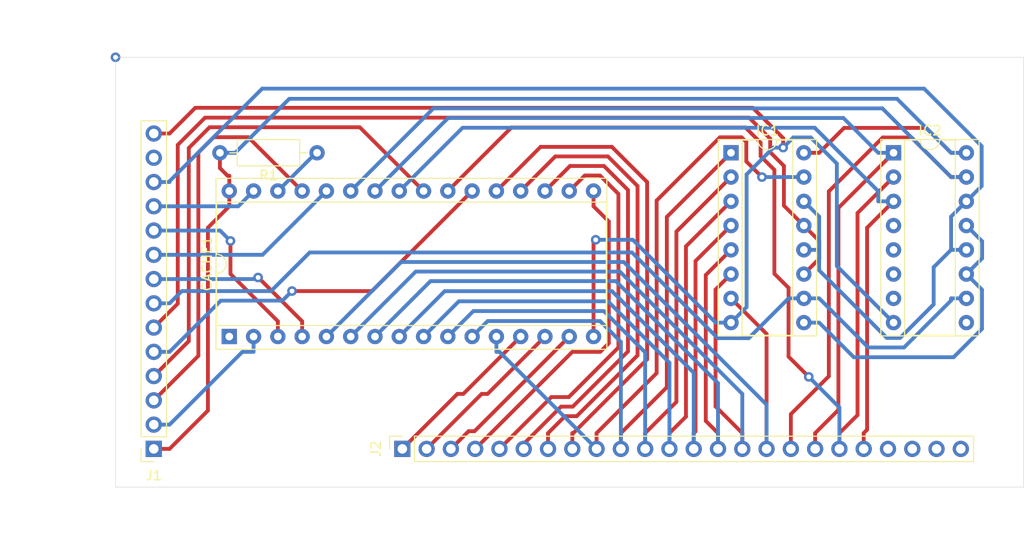
<source format=kicad_pcb>
(kicad_pcb (version 20221018) (generator pcbnew)
  (layers (0 "F.Cu" signal) (31 "B.Cu" signal) (34 "B.Paste" user) (35 "F.Paste" user) (36 "B.SilkS" user "B.Silkscreen") (37 "F.SilkS" user "F.Silkscreen") (38 "B.Mask" user) (39 "F.Mask" user) (44 "Edge.Cuts" user))
  (net 0 "")
  (net 2 "/IOCACHE-128K_ZXspectrum/CACHE_CONTROL.A16")
  (net 3 "/IOCACHE-128K_ZXspectrum/CACHE_SEL_2")
  (net 4 "/IOCACHE-128K_ZXspectrum/CACHE_SEL_0")
  (net 5 "/IOCACHE-128K_ZXspectrum/LOCAL_A7")
  (net 6 "/IOCACHE-128K_ZXspectrum/LOCAL_A6")
  (net 7 "/IOCACHE-128K_ZXspectrum/LOCAL_A5")
  (net 8 "/IOCACHE-128K_ZXspectrum/LOCAL_A4")
  (net 9 "/IOCACHE-128K_ZXspectrum/LOCAL_A3")
  (net 10 "/IOCACHE-128K_ZXspectrum/LOCAL_A2")
  (net 11 "/IOCACHE-128K_ZXspectrum/LOCAL_A1")
  (net 12 "/IOCACHE-128K_ZXspectrum/LOCAL_A0")
  (net 13 "/IOCACHE-128K_ZXspectrum/LOCAL_D0")
  (net 14 "/IOCACHE-128K_ZXspectrum/LOCAL_D1")
  (net 15 "/IOCACHE-128K_ZXspectrum/LOCAL_D2")
  (net 16 "GND")
  (net 17 "/IOCACHE-128K_ZXspectrum/LOCAL_D3")
  (net 18 "/IOCACHE-128K_ZXspectrum/LOCAL_D4")
  (net 19 "/IOCACHE-128K_ZXspectrum/LOCAL_D5")
  (net 20 "/IOCACHE-128K_ZXspectrum/LOCAL_D6")
  (net 21 "/IOCACHE-128K_ZXspectrum/LOCAL_D7")
  (net 22 "/IOCACHE-128K_ZXspectrum/CACHE_CONTROL.CS")
  (net 23 "/IOCACHE-128K_ZXspectrum/LOCAL_A10")
  (net 24 "/IOCACHE-128K_ZXspectrum/CACHE_CONTROL.OE")
  (net 25 "/IOCACHE-128K_ZXspectrum/LOCAL_A11")
  (net 26 "/IOCACHE-128K_ZXspectrum/LOCAL_A9")
  (net 27 "/IOCACHE-128K_ZXspectrum/LOCAL_A8")
  (net 28 "/IOCACHE-128K_ZXspectrum/CACHE_SEL_1")
  (net 29 "/IOCACHE-128K_ZXspectrum/CACHE_CONTROL.WE")
  (net 30 "/IOCACHE-128K_ZXspectrum/CACHE_CE2")
  (net 31 "/IOCACHE-128K_ZXspectrum/CACHE_SEL_3")
  (net 32 "+5V")
  (net 33 "Net-(IC1-~{RCO})")
  (net 34 "/IOCACHE-128K_ZXspectrum/Z80_HARDLOCK")
  (net 35 "/IOCACHE-128K_ZXspectrum/CACHE_CONTROL.DATASTATUS+PERM_Z80_IORQ")
  (net 36 "/IOCACHE-128K_ZXspectrum/CACHE_DATASTATUS")
  (net 43 "/IOCACHE-128K_ZXspectrum/LOCAL_A12")
  (net 44 "/IOCACHE-128K_ZXspectrum/LOCAL_A13")
  (net 45 "/IOCACHE-128K_ZXspectrum/LOCAL_A14")
  (net 46 "/IOCACHE-128K_ZXspectrum/LOCAL_A15")
  (footprint "Connector_PinSocket_2.54mm:PinSocket_1x14_P2.54mm_Vertical" (layer "F.Cu") (at 95 126 180)
    (fp_text reference "J1" (at 0 -2.77) (layer "F.SilkS"))
    (fp_text value "Conn_01x14_Socket")
    (fp_line (start -1.33 1.27) (end -1.33 34.35) (stroke (width 0.12)) (layer "F.SilkS"))
    (fp_line (start -1.33 1.27) (end 1.33 1.27) (stroke (width 0.12)) (layer "F.SilkS"))
    (fp_line (start -1.33 34.35) (end 1.33 34.35) (stroke (width 0.12)) (layer "F.SilkS"))
    (fp_line (start 0 -1.33) (end 1.33 -1.33) (stroke (width 0.12)) (layer "F.SilkS"))
    (fp_line (start 1.33 -1.33) (end 1.33 0) (stroke (width 0.12)) (layer "F.SilkS"))
    (fp_line (start 1.33 1.27) (end 1.33 34.35) (stroke (width 0.12)) (layer "F.SilkS"))
    (pad "1" thru_hole rect (at 0 0 180) (size 1.7 1.7) (drill 1) (layers "*.Cu" "*.Mask") (net 32 "+5V"))
    (pad "2" thru_hole oval (at 0 2.54 180) (size 1.7 1.7) (drill 1) (layers "*.Cu" "*.Mask") (net 2 "/IOCACHE-128K_ZXspectrum/CACHE_CONTROL.A16"))
    (pad "3" thru_hole oval (at 0 5.08 180) (size 1.7 1.7) (drill 1) (layers "*.Cu" "*.Mask") (net 29 "/IOCACHE-128K_ZXspectrum/CACHE_CONTROL.WE"))
    (pad "4" thru_hole oval (at 0 7.62 180) (size 1.7 1.7) (drill 1) (layers "*.Cu" "*.Mask") (net 24 "/IOCACHE-128K_ZXspectrum/CACHE_CONTROL.OE"))
    (pad "5" thru_hole oval (at 0 10.16 180) (size 1.7 1.7) (drill 1) (layers "*.Cu" "*.Mask") (net 22 "/IOCACHE-128K_ZXspectrum/CACHE_CONTROL.CS"))
    (pad "6" thru_hole oval (at 0 12.7 180) (size 1.7 1.7) (drill 1) (layers "*.Cu" "*.Mask") (net 35 "/IOCACHE-128K_ZXspectrum/CACHE_CONTROL.DATASTATUS+PERM_Z80_IORQ"))
    (pad "7" thru_hole oval (at 0 15.24 180) (size 1.7 1.7) (drill 1) (layers "*.Cu" "*.Mask") (net 34 "/IOCACHE-128K_ZXspectrum/Z80_HARDLOCK"))
    (pad "8" thru_hole oval (at 0 17.78 180) (size 1.7 1.7) (drill 1) (layers "*.Cu" "*.Mask") (net 4 "/IOCACHE-128K_ZXspectrum/CACHE_SEL_0"))
    (pad "9" thru_hole oval (at 0 20.32 180) (size 1.7 1.7) (drill 1) (layers "*.Cu" "*.Mask") (net 28 "/IOCACHE-128K_ZXspectrum/CACHE_SEL_1"))
    (pad "10" thru_hole oval (at 0 22.86 180) (size 1.7 1.7) (drill 1) (layers "*.Cu" "*.Mask") (net 3 "/IOCACHE-128K_ZXspectrum/CACHE_SEL_2"))
    (pad "11" thru_hole oval (at 0 25.4 180) (size 1.7 1.7) (drill 1) (layers "*.Cu" "*.Mask") (net 31 "/IOCACHE-128K_ZXspectrum/CACHE_SEL_3"))
    (pad "12" thru_hole oval (at 0 27.94 180) (size 1.7 1.7) (drill 1) (layers "*.Cu" "*.Mask") (net 36 "/IOCACHE-128K_ZXspectrum/CACHE_DATASTATUS"))
    (pad "13" thru_hole oval (at 0 30.48 180) (size 1.7 1.7) (drill 1) (layers "*.Cu" "*.Mask"))
    (pad "14" thru_hole oval (at 0 33.02 180) (size 1.7 1.7) (drill 1) (layers "*.Cu" "*.Mask") (net 16 "GND"))
  )
  (footprint "Package_DIP:DIP-16_W7.62mm_Socket" (layer "F.Cu") (at 155.38 95)
    (fp_text reference "IC1" (at 3.81 -2.33) (layer "F.SilkS"))
    (fp_text value "74HC590N")
    (fp_line (start -1.33 -1.39) (end -1.33 19.17) (stroke (width 0.12)) (layer "F.SilkS"))
    (fp_line (start -1.33 19.17) (end 8.95 19.17) (stroke (width 0.12)) (layer "F.SilkS"))
    (fp_line (start 1.16 -1.33) (end 1.16 19.11) (stroke (width 0.12)) (layer "F.SilkS"))
    (fp_line (start 1.16 19.11) (end 6.46 19.11) (stroke (width 0.12)) (layer "F.SilkS"))
    (fp_line (start 2.81 -1.33) (end 1.16 -1.33) (stroke (width 0.12)) (layer "F.SilkS"))
    (fp_line (start 6.46 -1.33) (end 4.81 -1.33) (stroke (width 0.12)) (layer "F.SilkS"))
    (fp_line (start 6.46 19.11) (end 6.46 -1.33) (stroke (width 0.12)) (layer "F.SilkS"))
    (fp_line (start 8.95 -1.39) (end -1.33 -1.39) (stroke (width 0.12)) (layer "F.SilkS"))
    (fp_line (start 8.95 19.17) (end 8.95 -1.39) (stroke (width 0.12)) (layer "F.SilkS"))
    (fp_arc (start 4.81 -1.33) (mid 3.81 -0.33) (end 2.81 -1.33) (stroke (width 0.12)) (layer "F.SilkS"))
    (pad "1" thru_hole rect (at 0 0) (size 1.6 1.6) (drill 0.8) (layers "*.Cu" "*.Mask") (net 11 "/IOCACHE-128K_ZXspectrum/LOCAL_A1"))
    (pad "2" thru_hole oval (at 0 2.54) (size 1.6 1.6) (drill 0.8) (layers "*.Cu" "*.Mask") (net 10 "/IOCACHE-128K_ZXspectrum/LOCAL_A2"))
    (pad "3" thru_hole oval (at 0 5.08) (size 1.6 1.6) (drill 0.8) (layers "*.Cu" "*.Mask") (net 9 "/IOCACHE-128K_ZXspectrum/LOCAL_A3"))
    (pad "4" thru_hole oval (at 0 7.62) (size 1.6 1.6) (drill 0.8) (layers "*.Cu" "*.Mask") (net 8 "/IOCACHE-128K_ZXspectrum/LOCAL_A4"))
    (pad "5" thru_hole oval (at 0 10.16) (size 1.6 1.6) (drill 0.8) (layers "*.Cu" "*.Mask") (net 7 "/IOCACHE-128K_ZXspectrum/LOCAL_A5"))
    (pad "6" thru_hole oval (at 0 12.7) (size 1.6 1.6) (drill 0.8) (layers "*.Cu" "*.Mask") (net 6 "/IOCACHE-128K_ZXspectrum/LOCAL_A6"))
    (pad "7" thru_hole oval (at 0 15.24) (size 1.6 1.6) (drill 0.8) (layers "*.Cu" "*.Mask") (net 5 "/IOCACHE-128K_ZXspectrum/LOCAL_A7"))
    (pad "8" thru_hole oval (at 0 17.78) (size 1.6 1.6) (drill 0.8) (layers "*.Cu" "*.Mask") (net 16 "GND"))
    (pad "9" thru_hole oval (at 7.62 17.78) (size 1.6 1.6) (drill 0.8) (layers "*.Cu" "*.Mask") (net 33 "Net-(IC1-~{RCO})"))
    (pad "10" thru_hole oval (at 7.62 15.24) (size 1.6 1.6) (drill 0.8) (layers "*.Cu" "*.Mask") (net 34 "/IOCACHE-128K_ZXspectrum/Z80_HARDLOCK"))
    (pad "11" thru_hole oval (at 7.62 12.7) (size 1.6 1.6) (drill 0.8) (layers "*.Cu" "*.Mask") (net 35 "/IOCACHE-128K_ZXspectrum/CACHE_CONTROL.DATASTATUS+PERM_Z80_IORQ"))
    (pad "12" thru_hole oval (at 7.62 10.16) (size 1.6 1.6) (drill 0.8) (layers "*.Cu" "*.Mask") (net 36 "/IOCACHE-128K_ZXspectrum/CACHE_DATASTATUS"))
    (pad "13" thru_hole oval (at 7.62 7.62) (size 1.6 1.6) (drill 0.8) (layers "*.Cu" "*.Mask") (net 35 "/IOCACHE-128K_ZXspectrum/CACHE_CONTROL.DATASTATUS+PERM_Z80_IORQ"))
    (pad "14" thru_hole oval (at 7.62 5.08) (size 1.6 1.6) (drill 0.8) (layers "*.Cu" "*.Mask") (net 36 "/IOCACHE-128K_ZXspectrum/CACHE_DATASTATUS"))
    (pad "15" thru_hole oval (at 7.62 2.54) (size 1.6 1.6) (drill 0.8) (layers "*.Cu" "*.Mask") (net 12 "/IOCACHE-128K_ZXspectrum/LOCAL_A0"))
    (pad "16" thru_hole oval (at 7.62 0) (size 1.6 1.6) (drill 0.8) (layers "*.Cu" "*.Mask") (net 32 "+5V"))
  )
  (footprint "Package_DIP:DIP-16_W7.62mm_Socket" (layer "F.Cu") (at 172.38 95)
    (fp_text reference "IC2" (at 3.81 -2.33) (layer "F.SilkS"))
    (fp_text value "74HC590N")
    (fp_line (start -1.33 -1.39) (end -1.33 19.17) (stroke (width 0.12)) (layer "F.SilkS"))
    (fp_line (start -1.33 19.17) (end 8.95 19.17) (stroke (width 0.12)) (layer "F.SilkS"))
    (fp_line (start 1.16 -1.33) (end 1.16 19.11) (stroke (width 0.12)) (layer "F.SilkS"))
    (fp_line (start 1.16 19.11) (end 6.46 19.11) (stroke (width 0.12)) (layer "F.SilkS"))
    (fp_line (start 2.81 -1.33) (end 1.16 -1.33) (stroke (width 0.12)) (layer "F.SilkS"))
    (fp_line (start 6.46 -1.33) (end 4.81 -1.33) (stroke (width 0.12)) (layer "F.SilkS"))
    (fp_line (start 6.46 19.11) (end 6.46 -1.33) (stroke (width 0.12)) (layer "F.SilkS"))
    (fp_line (start 8.95 -1.39) (end -1.33 -1.39) (stroke (width 0.12)) (layer "F.SilkS"))
    (fp_line (start 8.95 19.17) (end 8.95 -1.39) (stroke (width 0.12)) (layer "F.SilkS"))
    (fp_arc (start 4.81 -1.33) (mid 3.81 -0.33) (end 2.81 -1.33) (stroke (width 0.12)) (layer "F.SilkS"))
    (pad "1" thru_hole rect (at 0 0) (size 1.6 1.6) (drill 0.8) (layers "*.Cu" "*.Mask") (net 26 "/IOCACHE-128K_ZXspectrum/LOCAL_A9"))
    (pad "2" thru_hole oval (at 0 2.54) (size 1.6 1.6) (drill 0.8) (layers "*.Cu" "*.Mask") (net 23 "/IOCACHE-128K_ZXspectrum/LOCAL_A10"))
    (pad "3" thru_hole oval (at 0 5.08) (size 1.6 1.6) (drill 0.8) (layers "*.Cu" "*.Mask") (net 25 "/IOCACHE-128K_ZXspectrum/LOCAL_A11"))
    (pad "4" thru_hole oval (at 0 7.62) (size 1.6 1.6) (drill 0.8) (layers "*.Cu" "*.Mask"))
    (pad "5" thru_hole oval (at 0 10.16) (size 1.6 1.6) (drill 0.8) (layers "*.Cu" "*.Mask"))
    (pad "6" thru_hole oval (at 0 12.7) (size 1.6 1.6) (drill 0.8) (layers "*.Cu" "*.Mask"))
    (pad "7" thru_hole oval (at 0 15.24) (size 1.6 1.6) (drill 0.8) (layers "*.Cu" "*.Mask"))
    (pad "8" thru_hole oval (at 0 17.78) (size 1.6 1.6) (drill 0.8) (layers "*.Cu" "*.Mask") (net 16 "GND"))
    (pad "9" thru_hole oval (at 7.62 17.78) (size 1.6 1.6) (drill 0.8) (layers "*.Cu" "*.Mask"))
    (pad "10" thru_hole oval (at 7.62 15.24) (size 1.6 1.6) (drill 0.8) (layers "*.Cu" "*.Mask") (net 34 "/IOCACHE-128K_ZXspectrum/Z80_HARDLOCK"))
    (pad "11" thru_hole oval (at 7.62 12.7) (size 1.6 1.6) (drill 0.8) (layers "*.Cu" "*.Mask") (net 33 "Net-(IC1-~{RCO})"))
    (pad "12" thru_hole oval (at 7.62 10.16) (size 1.6 1.6) (drill 0.8) (layers "*.Cu" "*.Mask") (net 36 "/IOCACHE-128K_ZXspectrum/CACHE_DATASTATUS"))
    (pad "13" thru_hole oval (at 7.62 7.62) (size 1.6 1.6) (drill 0.8) (layers "*.Cu" "*.Mask") (net 33 "Net-(IC1-~{RCO})"))
    (pad "14" thru_hole oval (at 7.62 5.08) (size 1.6 1.6) (drill 0.8) (layers "*.Cu" "*.Mask") (net 36 "/IOCACHE-128K_ZXspectrum/CACHE_DATASTATUS"))
    (pad "15" thru_hole oval (at 7.62 2.54) (size 1.6 1.6) (drill 0.8) (layers "*.Cu" "*.Mask") (net 27 "/IOCACHE-128K_ZXspectrum/LOCAL_A8"))
    (pad "16" thru_hole oval (at 7.62 0) (size 1.6 1.6) (drill 0.8) (layers "*.Cu" "*.Mask") (net 32 "+5V"))
  )
  (footprint "Package_DIP:DIP-32_W15.24mm_Socket" (layer "F.Cu") (at 102.9 114.24 90)
    (fp_text reference "CACHE1" (at 7.62 -2.33 90) (layer "F.SilkS"))
    (fp_text value "AS6C1008-55PCN")
    (fp_line (start -1.33 -1.39) (end -1.33 39.49) (stroke (width 0.12)) (layer "F.SilkS"))
    (fp_line (start -1.33 39.49) (end 16.57 39.49) (stroke (width 0.12)) (layer "F.SilkS"))
    (fp_line (start 1.16 -1.33) (end 1.16 39.43) (stroke (width 0.12)) (layer "F.SilkS"))
    (fp_line (start 1.16 39.43) (end 14.08 39.43) (stroke (width 0.12)) (layer "F.SilkS"))
    (fp_line (start 6.62 -1.33) (end 1.16 -1.33) (stroke (width 0.12)) (layer "F.SilkS"))
    (fp_line (start 14.08 -1.33) (end 8.62 -1.33) (stroke (width 0.12)) (layer "F.SilkS"))
    (fp_line (start 14.08 39.43) (end 14.08 -1.33) (stroke (width 0.12)) (layer "F.SilkS"))
    (fp_line (start 16.57 -1.39) (end -1.33 -1.39) (stroke (width 0.12)) (layer "F.SilkS"))
    (fp_line (start 16.57 39.49) (end 16.57 -1.39) (stroke (width 0.12)) (layer "F.SilkS"))
    (fp_arc (start 8.62 -1.33) (mid 7.62 -0.33) (end 6.62 -1.33) (stroke (width 0.12)) (layer "F.SilkS"))
    (pad "1" thru_hole rect (at 0 0 90) (size 1.6 1.6) (drill 0.8) (layers "*.Cu" "*.Mask"))
    (pad "2" thru_hole oval (at 0 2.54 90) (size 1.6 1.6) (drill 0.8) (layers "*.Cu" "*.Mask") (net 2 "/IOCACHE-128K_ZXspectrum/CACHE_CONTROL.A16"))
    (pad "3" thru_hole oval (at 0 5.08 90) (size 1.6 1.6) (drill 0.8) (layers "*.Cu" "*.Mask") (net 3 "/IOCACHE-128K_ZXspectrum/CACHE_SEL_2"))
    (pad "4" thru_hole oval (at 0 7.62 90) (size 1.6 1.6) (drill 0.8) (layers "*.Cu" "*.Mask") (net 4 "/IOCACHE-128K_ZXspectrum/CACHE_SEL_0"))
    (pad "5" thru_hole oval (at 0 10.16 90) (size 1.6 1.6) (drill 0.8) (layers "*.Cu" "*.Mask") (net 5 "/IOCACHE-128K_ZXspectrum/LOCAL_A7"))
    (pad "6" thru_hole oval (at 0 12.7 90) (size 1.6 1.6) (drill 0.8) (layers "*.Cu" "*.Mask") (net 6 "/IOCACHE-128K_ZXspectrum/LOCAL_A6"))
    (pad "7" thru_hole oval (at 0 15.24 90) (size 1.6 1.6) (drill 0.8) (layers "*.Cu" "*.Mask") (net 7 "/IOCACHE-128K_ZXspectrum/LOCAL_A5"))
    (pad "8" thru_hole oval (at 0 17.78 90) (size 1.6 1.6) (drill 0.8) (layers "*.Cu" "*.Mask") (net 8 "/IOCACHE-128K_ZXspectrum/LOCAL_A4"))
    (pad "9" thru_hole oval (at 0 20.32 90) (size 1.6 1.6) (drill 0.8) (layers "*.Cu" "*.Mask") (net 9 "/IOCACHE-128K_ZXspectrum/LOCAL_A3"))
    (pad "10" thru_hole oval (at 0 22.86 90) (size 1.6 1.6) (drill 0.8) (layers "*.Cu" "*.Mask") (net 10 "/IOCACHE-128K_ZXspectrum/LOCAL_A2"))
    (pad "11" thru_hole oval (at 0 25.4 90) (size 1.6 1.6) (drill 0.8) (layers "*.Cu" "*.Mask") (net 11 "/IOCACHE-128K_ZXspectrum/LOCAL_A1"))
    (pad "12" thru_hole oval (at 0 27.94 90) (size 1.6 1.6) (drill 0.8) (layers "*.Cu" "*.Mask") (net 12 "/IOCACHE-128K_ZXspectrum/LOCAL_A0"))
    (pad "13" thru_hole oval (at 0 30.48 90) (size 1.6 1.6) (drill 0.8) (layers "*.Cu" "*.Mask") (net 13 "/IOCACHE-128K_ZXspectrum/LOCAL_D0"))
    (pad "14" thru_hole oval (at 0 33.02 90) (size 1.6 1.6) (drill 0.8) (layers "*.Cu" "*.Mask") (net 14 "/IOCACHE-128K_ZXspectrum/LOCAL_D1"))
    (pad "15" thru_hole oval (at 0 35.56 90) (size 1.6 1.6) (drill 0.8) (layers "*.Cu" "*.Mask") (net 15 "/IOCACHE-128K_ZXspectrum/LOCAL_D2"))
    (pad "16" thru_hole oval (at 0 38.1 90) (size 1.6 1.6) (drill 0.8) (layers "*.Cu" "*.Mask") (net 16 "GND"))
    (pad "17" thru_hole oval (at 15.24 38.1 90) (size 1.6 1.6) (drill 0.8) (layers "*.Cu" "*.Mask") (net 17 "/IOCACHE-128K_ZXspectrum/LOCAL_D3"))
    (pad "18" thru_hole oval (at 15.24 35.56 90) (size 1.6 1.6) (drill 0.8) (layers "*.Cu" "*.Mask") (net 18 "/IOCACHE-128K_ZXspectrum/LOCAL_D4"))
    (pad "19" thru_hole oval (at 15.24 33.02 90) (size 1.6 1.6) (drill 0.8) (layers "*.Cu" "*.Mask") (net 19 "/IOCACHE-128K_ZXspectrum/LOCAL_D5"))
    (pad "20" thru_hole oval (at 15.24 30.48 90) (size 1.6 1.6) (drill 0.8) (layers "*.Cu" "*.Mask") (net 20 "/IOCACHE-128K_ZXspectrum/LOCAL_D6"))
    (pad "21" thru_hole oval (at 15.24 27.94 90) (size 1.6 1.6) (drill 0.8) (layers "*.Cu" "*.Mask") (net 21 "/IOCACHE-128K_ZXspectrum/LOCAL_D7"))
    (pad "22" thru_hole oval (at 15.24 25.4 90) (size 1.6 1.6) (drill 0.8) (layers "*.Cu" "*.Mask") (net 22 "/IOCACHE-128K_ZXspectrum/CACHE_CONTROL.CS"))
    (pad "23" thru_hole oval (at 15.24 22.86 90) (size 1.6 1.6) (drill 0.8) (layers "*.Cu" "*.Mask") (net 23 "/IOCACHE-128K_ZXspectrum/LOCAL_A10"))
    (pad "24" thru_hole oval (at 15.24 20.32 90) (size 1.6 1.6) (drill 0.8) (layers "*.Cu" "*.Mask") (net 24 "/IOCACHE-128K_ZXspectrum/CACHE_CONTROL.OE"))
    (pad "25" thru_hole oval (at 15.24 17.78 90) (size 1.6 1.6) (drill 0.8) (layers "*.Cu" "*.Mask") (net 25 "/IOCACHE-128K_ZXspectrum/LOCAL_A11"))
    (pad "26" thru_hole oval (at 15.24 15.24 90) (size 1.6 1.6) (drill 0.8) (layers "*.Cu" "*.Mask") (net 26 "/IOCACHE-128K_ZXspectrum/LOCAL_A9"))
    (pad "27" thru_hole oval (at 15.24 12.7 90) (size 1.6 1.6) (drill 0.8) (layers "*.Cu" "*.Mask") (net 27 "/IOCACHE-128K_ZXspectrum/LOCAL_A8"))
    (pad "28" thru_hole oval (at 15.24 10.16 90) (size 1.6 1.6) (drill 0.8) (layers "*.Cu" "*.Mask") (net 28 "/IOCACHE-128K_ZXspectrum/CACHE_SEL_1"))
    (pad "29" thru_hole oval (at 15.24 7.62 90) (size 1.6 1.6) (drill 0.8) (layers "*.Cu" "*.Mask") (net 29 "/IOCACHE-128K_ZXspectrum/CACHE_CONTROL.WE"))
    (pad "30" thru_hole oval (at 15.24 5.08 90) (size 1.6 1.6) (drill 0.8) (layers "*.Cu" "*.Mask") (net 30 "/IOCACHE-128K_ZXspectrum/CACHE_CE2"))
    (pad "31" thru_hole oval (at 15.24 2.54 90) (size 1.6 1.6) (drill 0.8) (layers "*.Cu" "*.Mask") (net 31 "/IOCACHE-128K_ZXspectrum/CACHE_SEL_3"))
    (pad "32" thru_hole oval (at 15.24 0 90) (size 1.6 1.6) (drill 0.8) (layers "*.Cu" "*.Mask") (net 32 "+5V"))
  )
  (footprint "Resistor_THT:R_Axial_DIN0207_L6.3mm_D2.5mm_P10.16mm_Horizontal" (layer "F.Cu") (at 112.08 95 180)
    (fp_text reference "R1" (at 5.08 -2.37) (layer "F.SilkS"))
    (fp_text value "10K")
    (fp_line (start 1.04 0) (end 1.81 0) (stroke (width 0.12)) (layer "F.SilkS"))
    (fp_line (start 1.81 -1.37) (end 1.81 1.37) (stroke (width 0.12)) (layer "F.SilkS"))
    (fp_line (start 1.81 1.37) (end 8.35 1.37) (stroke (width 0.12)) (layer "F.SilkS"))
    (fp_line (start 8.35 -1.37) (end 1.81 -1.37) (stroke (width 0.12)) (layer "F.SilkS"))
    (fp_line (start 8.35 1.37) (end 8.35 -1.37) (stroke (width 0.12)) (layer "F.SilkS"))
    (fp_line (start 9.12 0) (end 8.35 0) (stroke (width 0.12)) (layer "F.SilkS"))
    (pad "1" thru_hole circle (at 0 0 180) (size 1.6 1.6) (drill 0.8) (layers "*.Cu" "*.Mask") (net 30 "/IOCACHE-128K_ZXspectrum/CACHE_CE2"))
    (pad "2" thru_hole oval (at 10.16 0 180) (size 1.6 1.6) (drill 0.8) (layers "*.Cu" "*.Mask") (net 32 "+5V"))
  )
  (footprint "Connector_PinSocket_2.54mm:PinSocket_1x24_P2.54mm_Vertical" (layer "F.Cu") (at 121 126 90)
    (fp_text reference "J2" (at 0 -2.77 90) (layer "F.SilkS"))
    (fp_text value "Conn_01x24_Socket")
    (fp_line (start -1.33 1.27) (end -1.33 59.75) (stroke (width 0.12)) (layer "F.SilkS"))
    (fp_line (start -1.33 1.27) (end 1.33 1.27) (stroke (width 0.12)) (layer "F.SilkS"))
    (fp_line (start -1.33 59.75) (end 1.33 59.75) (stroke (width 0.12)) (layer "F.SilkS"))
    (fp_line (start 0 -1.33) (end 1.33 -1.33) (stroke (width 0.12)) (layer "F.SilkS"))
    (fp_line (start 1.33 -1.33) (end 1.33 0) (stroke (width 0.12)) (layer "F.SilkS"))
    (fp_line (start 1.33 1.27) (end 1.33 59.75) (stroke (width 0.12)) (layer "F.SilkS"))
    (pad "1" thru_hole rect (at 0 0 90) (size 1.7 1.7) (drill 1) (layers "*.Cu" "*.Mask") (net 13 "/IOCACHE-128K_ZXspectrum/LOCAL_D0"))
    (pad "2" thru_hole oval (at 0 2.54 90) (size 1.7 1.7) (drill 1) (layers "*.Cu" "*.Mask") (net 14 "/IOCACHE-128K_ZXspectrum/LOCAL_D1"))
    (pad "3" thru_hole oval (at 0 5.08 90) (size 1.7 1.7) (drill 1) (layers "*.Cu" "*.Mask") (net 15 "/IOCACHE-128K_ZXspectrum/LOCAL_D2"))
    (pad "4" thru_hole oval (at 0 7.62 90) (size 1.7 1.7) (drill 1) (layers "*.Cu" "*.Mask") (net 17 "/IOCACHE-128K_ZXspectrum/LOCAL_D3"))
    (pad "5" thru_hole oval (at 0 10.16 90) (size 1.7 1.7) (drill 1) (layers "*.Cu" "*.Mask") (net 18 "/IOCACHE-128K_ZXspectrum/LOCAL_D4"))
    (pad "6" thru_hole oval (at 0 12.7 90) (size 1.7 1.7) (drill 1) (layers "*.Cu" "*.Mask") (net 19 "/IOCACHE-128K_ZXspectrum/LOCAL_D5"))
    (pad "7" thru_hole oval (at 0 15.24 90) (size 1.7 1.7) (drill 1) (layers "*.Cu" "*.Mask") (net 20 "/IOCACHE-128K_ZXspectrum/LOCAL_D6"))
    (pad "8" thru_hole oval (at 0 17.78 90) (size 1.7 1.7) (drill 1) (layers "*.Cu" "*.Mask") (net 21 "/IOCACHE-128K_ZXspectrum/LOCAL_D7"))
    (pad "9" thru_hole oval (at 0 20.32 90) (size 1.7 1.7) (drill 1) (layers "*.Cu" "*.Mask") (net 12 "/IOCACHE-128K_ZXspectrum/LOCAL_A0"))
    (pad "10" thru_hole oval (at 0 22.86 90) (size 1.7 1.7) (drill 1) (layers "*.Cu" "*.Mask") (net 11 "/IOCACHE-128K_ZXspectrum/LOCAL_A1"))
    (pad "11" thru_hole oval (at 0 25.4 90) (size 1.7 1.7) (drill 1) (layers "*.Cu" "*.Mask") (net 10 "/IOCACHE-128K_ZXspectrum/LOCAL_A2"))
    (pad "12" thru_hole oval (at 0 27.94 90) (size 1.7 1.7) (drill 1) (layers "*.Cu" "*.Mask") (net 9 "/IOCACHE-128K_ZXspectrum/LOCAL_A3"))
    (pad "13" thru_hole oval (at 0 30.48 90) (size 1.7 1.7) (drill 1) (layers "*.Cu" "*.Mask") (net 8 "/IOCACHE-128K_ZXspectrum/LOCAL_A4"))
    (pad "14" thru_hole oval (at 0 33.02 90) (size 1.7 1.7) (drill 1) (layers "*.Cu" "*.Mask") (net 7 "/IOCACHE-128K_ZXspectrum/LOCAL_A5"))
    (pad "15" thru_hole oval (at 0 35.56 90) (size 1.7 1.7) (drill 1) (layers "*.Cu" "*.Mask") (net 6 "/IOCACHE-128K_ZXspectrum/LOCAL_A6"))
    (pad "16" thru_hole oval (at 0 38.1 90) (size 1.7 1.7) (drill 1) (layers "*.Cu" "*.Mask") (net 5 "/IOCACHE-128K_ZXspectrum/LOCAL_A7"))
    (pad "17" thru_hole oval (at 0 40.64 90) (size 1.7 1.7) (drill 1) (layers "*.Cu" "*.Mask") (net 27 "/IOCACHE-128K_ZXspectrum/LOCAL_A8"))
    (pad "18" thru_hole oval (at 0 43.18 90) (size 1.7 1.7) (drill 1) (layers "*.Cu" "*.Mask") (net 26 "/IOCACHE-128K_ZXspectrum/LOCAL_A9"))
    (pad "19" thru_hole oval (at 0 45.72 90) (size 1.7 1.7) (drill 1) (layers "*.Cu" "*.Mask") (net 23 "/IOCACHE-128K_ZXspectrum/LOCAL_A10"))
    (pad "20" thru_hole oval (at 0 48.26 90) (size 1.7 1.7) (drill 1) (layers "*.Cu" "*.Mask") (net 25 "/IOCACHE-128K_ZXspectrum/LOCAL_A11"))
    (pad "21" thru_hole oval (at 0 50.8 90) (size 1.7 1.7) (drill 1) (layers "*.Cu" "*.Mask") (net 43 "/IOCACHE-128K_ZXspectrum/LOCAL_A12"))
    (pad "22" thru_hole oval (at 0 53.34 90) (size 1.7 1.7) (drill 1) (layers "*.Cu" "*.Mask") (net 44 "/IOCACHE-128K_ZXspectrum/LOCAL_A13"))
    (pad "23" thru_hole oval (at 0 55.88 90) (size 1.7 1.7) (drill 1) (layers "*.Cu" "*.Mask") (net 45 "/IOCACHE-128K_ZXspectrum/LOCAL_A14"))
    (pad "24" thru_hole oval (at 0 58.42 90) (size 1.7 1.7) (drill 1) (layers "*.Cu" "*.Mask") (net 46 "/IOCACHE-128K_ZXspectrum/LOCAL_A15"))
  )
  (gr_rect (start 91 130) (end 186 85) (stroke (width 0.05)) (fill none) (layer "Edge.Cuts"))
  (via (at 91 85) (size 1) (drill 0.5) (layers "F.Cu" "B.Cu") (net 0))
  (segment (start 105.44 115.8401) (end 104.27 115.8401) (width 0.4) (layer "B.Cu") (net 2))
  (segment (start 104.27 115.8401) (end 96.6501 123.46) (width 0.4) (layer "B.Cu") (net 2))
  (segment (start 105.44 114.24) (end 105.44 115.8401) (width 0.4) (layer "B.Cu") (net 2))
  (segment (start 95 123.46) (end 96.6501 123.46) (width 0.4) (layer "B.Cu") (net 2))
  (segment (start 103.022 107.6819) (end 103.022 104.23) (width 0.4) (layer "F.Cu") (net 3))
  (segment (start 107.98 114.24) (end 107.98 112.6399) (width 0.4) (layer "F.Cu") (net 3))
  (segment (start 107.98 112.6399) (end 103.022 107.6819) (width 0.4) (layer "F.Cu") (net 3))
  (via (at 103.022 104.23) (size 1) (drill 0.5) (layers "F.Cu" "B.Cu") (net 3))
  (segment (start 103.022 104.23) (end 101.932 103.14) (width 0.4) (layer "B.Cu") (net 3))
  (segment (start 101.932 103.14) (end 95 103.14) (width 0.4) (layer "B.Cu") (net 3))
  (segment (start 110.52 114.24) (end 110.52 112.6399) (width 0.4) (layer "F.Cu") (net 4))
  (segment (start 105.9329 108.0528) (end 105.9117 108.0528) (width 0.4) (layer "F.Cu") (net 4))
  (segment (start 110.52 112.6399) (end 105.9329 108.0528) (width 0.4) (layer "F.Cu") (net 4))
  (via (at 105.9117 108.0528) (size 1) (drill 0.5) (layers "F.Cu" "B.Cu") (net 4))
  (segment (start 105.7445 108.22) (end 105.9117 108.0528) (width 0.4) (layer "B.Cu") (net 4))
  (segment (start 95 108.22) (end 105.7445 108.22) (width 0.4) (layer "B.Cu") (net 4))
  (segment (start 155.38 110.24) (end 159.1 113.96) (width 0.4) (layer "F.Cu") (net 5))
  (segment (start 159.1 126) (end 159.1 124.3499) (width 0.4) (layer "F.Cu") (net 5))
  (segment (start 159.1 113.96) (end 159.1 124.3499) (width 0.4) (layer "F.Cu") (net 5))
  (segment (start 120.8655 106.4345) (end 144.1655 106.4345) (width 0.4) (layer "B.Cu") (net 5))
  (segment (start 113.06 114.24) (end 120.8655 106.4345) (width 0.4) (layer "B.Cu") (net 5))
  (segment (start 144.1655 106.4345) (end 159.1 121.369) (width 0.4) (layer "B.Cu") (net 5))
  (segment (start 159.1 121.369) (end 159.1 126) (width 0.4) (layer "B.Cu") (net 5))
  (segment (start 156.56 124.3499) (end 153.7604 121.5503) (width 0.4) (layer "F.Cu") (net 6))
  (segment (start 153.7604 121.5503) (end 153.7604 109.3196) (width 0.4) (layer "F.Cu") (net 6))
  (segment (start 156.56 126) (end 156.56 124.3499) (width 0.4) (layer "F.Cu") (net 6))
  (segment (start 153.7604 109.3196) (end 155.38 107.7) (width 0.4) (layer "F.Cu") (net 6))
  (segment (start 122.4054 107.4346) (end 143.7513 107.4346) (width 0.4) (layer "B.Cu") (net 6))
  (segment (start 156.56 120.2433) (end 156.56 126) (width 0.4) (layer "B.Cu") (net 6))
  (segment (start 115.6 114.24) (end 122.4054 107.4346) (width 0.4) (layer "B.Cu") (net 6))
  (segment (start 143.7513 107.4346) (end 156.56 120.2433) (width 0.4) (layer "B.Cu") (net 6))
  (segment (start 155.38 105.16) (end 152.7408 107.7992) (width 0.4) (layer "F.Cu") (net 7))
  (segment (start 152.7408 107.7992) (end 152.7408 123.0707) (width 0.4) (layer "F.Cu") (net 7))
  (segment (start 152.7408 123.0707) (end 154.02 124.3499) (width 0.4) (layer "F.Cu") (net 7))
  (segment (start 154.02 126) (end 154.02 124.3499) (width 0.4) (layer "F.Cu") (net 7))
  (segment (start 143.3371 108.4347) (end 154.02 119.1176) (width 0.4) (layer "B.Cu") (net 7))
  (segment (start 154.02 119.1176) (end 154.02 126) (width 0.4) (layer "B.Cu") (net 7))
  (segment (start 118.14 114.24) (end 123.9453 108.4347) (width 0.4) (layer "B.Cu") (net 7))
  (segment (start 123.9453 108.4347) (end 143.3371 108.4347) (width 0.4) (layer "B.Cu") (net 7))
  (segment (start 151.6675 124.1624) (end 151.6675 106.3325) (width 0.4) (layer "F.Cu") (net 8))
  (segment (start 151.6675 106.3325) (end 155.38 102.62) (width 0.4) (layer "F.Cu") (net 8))
  (segment (start 151.48 124.3499) (end 151.6675 124.1624) (width 0.4) (layer "F.Cu") (net 8))
  (segment (start 151.48 126) (end 151.48 124.3499) (width 0.4) (layer "F.Cu") (net 8))
  (segment (start 151.48 118.0308) (end 151.48 124.3499) (width 0.4) (layer "B.Cu") (net 8))
  (segment (start 142.9353 109.4861) (end 151.48 118.0308) (width 0.4) (layer "B.Cu") (net 8))
  (segment (start 151.48 126) (end 151.48 124.3499) (width 0.4) (layer "B.Cu") (net 8))
  (segment (start 120.68 114.24) (end 125.4339 109.4861) (width 0.4) (layer "B.Cu") (net 8))
  (segment (start 125.4339 109.4861) (end 142.9353 109.4861) (width 0.4) (layer "B.Cu") (net 8))
  (segment (start 150.6674 122.6225) (end 150.6674 104.7926) (width 0.4) (layer "F.Cu") (net 9))
  (segment (start 148.94 126) (end 148.94 124.3499) (width 0.4) (layer "F.Cu") (net 9))
  (segment (start 150.6674 104.7926) (end 155.38 100.08) (width 0.4) (layer "F.Cu") (net 9))
  (segment (start 148.94 124.3499) (end 150.6674 122.6225) (width 0.4) (layer "F.Cu") (net 9))
  (segment (start 123.22 114.24) (end 126.9129 110.5471) (width 0.4) (layer "B.Cu") (net 9))
  (segment (start 142.5076 110.5471) (end 148.94 116.9795) (width 0.4) (layer "B.Cu") (net 9))
  (segment (start 126.9129 110.5471) (end 142.5076 110.5471) (width 0.4) (layer "B.Cu") (net 9))
  (segment (start 148.94 116.9795) (end 148.94 124.3499) (width 0.4) (layer "B.Cu") (net 9))
  (segment (start 148.94 126) (end 148.94 124.3499) (width 0.4) (layer "B.Cu") (net 9))
  (segment (start 146.4 124.3499) (end 149.6673 121.0826) (width 0.4) (layer "F.Cu") (net 10))
  (segment (start 149.6673 121.0826) (end 149.6673 103.2527) (width 0.4) (layer "F.Cu") (net 10))
  (segment (start 149.6673 103.2527) (end 155.38 97.54) (width 0.4) (layer "F.Cu") (net 10))
  (segment (start 146.4 126) (end 146.4 124.3499) (width 0.4) (layer "F.Cu") (net 10))
  (segment (start 146.4 126) (end 146.4 124.3499) (width 0.4) (layer "B.Cu") (net 10))
  (segment (start 128.4288 111.5712) (end 142.0801 111.5712) (width 0.4) (layer "B.Cu") (net 10))
  (segment (start 142.0801 111.5712) (end 146.4 115.8911) (width 0.4) (layer "B.Cu") (net 10))
  (segment (start 146.4 115.8911) (end 146.4 124.3499) (width 0.4) (layer "B.Cu") (net 10))
  (segment (start 125.76 114.24) (end 128.4288 111.5712) (width 0.4) (layer "B.Cu") (net 10))
  (segment (start 148.6672 119.5427) (end 148.6672 101.7128) (width 0.4) (layer "F.Cu") (net 11))
  (segment (start 143.86 126) (end 143.86 124.3499) (width 0.4) (layer "F.Cu") (net 11))
  (segment (start 143.86 124.3499) (end 148.6672 119.5427) (width 0.4) (layer "F.Cu") (net 11))
  (segment (start 148.6672 101.7128) (end 155.38 95) (width 0.4) (layer "F.Cu") (net 11))
  (segment (start 129.9237 112.6163) (end 141.6806 112.6163) (width 0.4) (layer "B.Cu") (net 11))
  (segment (start 128.3 114.24) (end 129.9237 112.6163) (width 0.4) (layer "B.Cu") (net 11))
  (segment (start 143.86 114.7957) (end 143.86 126) (width 0.4) (layer "B.Cu") (net 11))
  (segment (start 141.6806 112.6163) (end 143.86 114.7957) (width 0.4) (layer "B.Cu") (net 11))
  (segment (start 147.603 99.9951) (end 154.2188 93.3793) (width 0.4) (layer "F.Cu") (net 12))
  (segment (start 141.32 126) (end 141.32 124.3499) (width 0.4) (layer "F.Cu") (net 12))
  (segment (start 154.2188 93.3793) (end 156.4908 93.3793) (width 0.4) (layer "F.Cu") (net 12))
  (segment (start 141.32 124.3499) (end 147.603 118.0669) (width 0.4) (layer "F.Cu") (net 12))
  (segment (start 156.9802 95.9048) (end 158.6154 97.54) (width 0.4) (layer "F.Cu") (net 12))
  (segment (start 147.603 118.0669) (end 147.603 99.9951) (width 0.4) (layer "F.Cu") (net 12))
  (segment (start 156.4908 93.3793) (end 156.9802 93.8687) (width 0.4) (layer "F.Cu") (net 12))
  (segment (start 156.9802 93.8687) (end 156.9802 95.9048) (width 0.4) (layer "F.Cu") (net 12))
  (via (at 158.6154 97.54) (size 1) (drill 0.5) (layers "F.Cu" "B.Cu") (net 12))
  (segment (start 130.84 115.8401) (end 131.1601 115.8401) (width 0.4) (layer "B.Cu") (net 12))
  (segment (start 131.1601 115.8401) (end 141.32 126) (width 0.4) (layer "B.Cu") (net 12))
  (segment (start 163 97.54) (end 158.6154 97.54) (width 0.4) (layer "B.Cu") (net 12))
  (segment (start 130.84 114.24) (end 130.84 115.8401) (width 0.4) (layer "B.Cu") (net 12))
  (segment (start 126.7554 120.2446) (end 121 126) (width 0.4) (layer "F.Cu") (net 13))
  (segment (start 133.38 114.24) (end 127.3754 120.2446) (width 0.4) (layer "F.Cu") (net 13))
  (segment (start 127.3754 120.2446) (end 126.7554 120.2446) (width 0.4) (layer "F.Cu") (net 13))
  (segment (start 135.92 114.24) (end 129.9154 120.2446) (width 0.4) (layer "F.Cu") (net 14))
  (segment (start 129.2954 120.2446) (end 123.54 126) (width 0.4) (layer "F.Cu") (net 14))
  (segment (start 129.9154 120.2446) (end 129.2954 120.2446) (width 0.4) (layer "F.Cu") (net 14))
  (segment (start 138.46 114.24) (end 128.5497 124.1503) (width 0.4) (layer "F.Cu") (net 15))
  (segment (start 127.9297 124.1503) (end 126.08 126) (width 0.4) (layer "F.Cu") (net 15))
  (segment (start 128.5497 124.1503) (end 127.9297 124.1503) (width 0.4) (layer "F.Cu") (net 15))
  (segment (start 96.6501 92.98) (end 99.3414 90.2887) (width 0.4) (layer "F.Cu") (net 16))
  (segment (start 99.3414 90.2887) (end 157.6599 90.2887) (width 0.4) (layer "F.Cu") (net 16))
  (segment (start 160.8361 93.4649) (end 160.8361 94.4573) (width 0.4) (layer "F.Cu") (net 16))
  (segment (start 157.6599 90.2887) (end 160.8361 93.4649) (width 0.4) (layer "F.Cu") (net 16))
  (segment (start 141 114.24) (end 141 104.3347) (width 0.4) (layer "F.Cu") (net 16))
  (segment (start 95 92.98) (end 96.6501 92.98) (width 0.4) (layer "F.Cu") (net 16))
  (segment (start 141 104.3347) (end 141.2276 104.1071) (width 0.4) (layer "F.Cu") (net 16))
  (via (at 141.2276 104.1071) (size 1) (drill 0.5) (layers "F.Cu" "B.Cu") (net 16))
  (via (at 160.8361 94.4573) (size 1) (drill 0.5) (layers "F.Cu" "B.Cu") (net 16))
  (segment (start 145.107 104.1071) (end 153.7799 112.78) (width 0.4) (layer "B.Cu") (net 16))
  (segment (start 159.8149 94.4573) (end 157.0115 97.2607) (width 0.4) (layer "B.Cu") (net 16))
  (segment (start 161.8981 93.3953) (end 160.8361 94.4573) (width 0.4) (layer "B.Cu") (net 16))
  (segment (start 157.0115 97.2607) (end 157.0115 111.1485) (width 0.4) (layer "B.Cu") (net 16))
  (segment (start 157.0115 111.1485) (end 155.38 112.78) (width 0.4) (layer "B.Cu") (net 16))
  (segment (start 160.8361 94.4573) (end 159.8149 94.4573) (width 0.4) (layer "B.Cu") (net 16))
  (segment (start 155.38 112.78) (end 153.7799 112.78) (width 0.4) (layer "B.Cu") (net 16))
  (segment (start 163.7173 93.3953) (end 161.8981 93.3953) (width 0.4) (layer "B.Cu") (net 16))
  (segment (start 141.2276 104.1071) (end 145.107 104.1071) (width 0.4) (layer "B.Cu") (net 16))
  (segment (start 172.38 112.78) (end 166.45 106.85) (width 0.4) (layer "B.Cu") (net 16))
  (segment (start 166.45 106.85) (end 166.45 96.128) (width 0.4) (layer "B.Cu") (net 16))
  (segment (start 166.45 96.128) (end 163.7173 93.3953) (width 0.4) (layer "B.Cu") (net 16))
  (segment (start 141.6973 115.8402) (end 138.7798 115.8402) (width 0.4) (layer "F.Cu") (net 17))
  (segment (start 141 99) (end 141 100.6001) (width 0.4) (layer "F.Cu") (net 17))
  (segment (start 138.7798 115.8402) (end 128.62 126) (width 0.4) (layer "F.Cu") (net 17))
  (segment (start 141 100.6001) (end 142.6012 102.2013) (width 0.4) (layer "F.Cu") (net 17))
  (segment (start 142.6012 102.2013) (end 142.6012 114.9363) (width 0.4) (layer "F.Cu") (net 17))
  (segment (start 142.6012 114.9363) (end 141.6973 115.8402) (width 0.4) (layer "F.Cu") (net 17))
  (segment (start 136.5865 120.5735) (end 138.4131 120.5735) (width 0.4) (layer "F.Cu") (net 18))
  (segment (start 138.4131 120.5735) (end 143.6025 115.3841) (width 0.4) (layer "F.Cu") (net 18))
  (segment (start 141.6759 97.3798) (end 140.0802 97.3798) (width 0.4) (layer "F.Cu") (net 18))
  (segment (start 140.0802 97.3798) (end 138.46 99) (width 0.4) (layer "F.Cu") (net 18))
  (segment (start 143.6025 99.3064) (end 141.6759 97.3798) (width 0.4) (layer "F.Cu") (net 18))
  (segment (start 131.16 126) (end 136.5865 120.5735) (width 0.4) (layer "F.Cu") (net 18))
  (segment (start 143.6025 115.3841) (end 143.6025 99.3064) (width 0.4) (layer "F.Cu") (net 18))
  (segment (start 133.7 125.4755) (end 137.6019 121.5736) (width 0.4) (layer "F.Cu") (net 19))
  (segment (start 137.6019 121.5736) (end 138.8273 121.5736) (width 0.4) (layer "F.Cu") (net 19))
  (segment (start 144.6026 115.7983) (end 144.6026 98.8922) (width 0.4) (layer "F.Cu") (net 19))
  (segment (start 133.7 126) (end 133.7 125.4755) (width 0.4) (layer "F.Cu") (net 19))
  (segment (start 138.8273 121.5736) (end 144.6026 115.7983) (width 0.4) (layer "F.Cu") (net 19))
  (segment (start 144.6026 98.8922) (end 142.0901 96.3797) (width 0.4) (layer "F.Cu") (net 19))
  (segment (start 142.0901 96.3797) (end 138.5403 96.3797) (width 0.4) (layer "F.Cu") (net 19))
  (segment (start 138.5403 96.3797) (end 135.92 99) (width 0.4) (layer "F.Cu") (net 19))
  (segment (start 139.2415 122.5737) (end 145.6027 116.2125) (width 0.4) (layer "F.Cu") (net 20))
  (segment (start 145.6027 116.2125) (end 145.6027 98.478) (width 0.4) (layer "F.Cu") (net 20))
  (segment (start 142.5043 95.3796) (end 137.0004 95.3796) (width 0.4) (layer "F.Cu") (net 20))
  (segment (start 136.24 124.3499) (end 138.0162 122.5737) (width 0.4) (layer "F.Cu") (net 20))
  (segment (start 136.24 126) (end 136.24 124.3499) (width 0.4) (layer "F.Cu") (net 20))
  (segment (start 145.6027 98.478) (end 142.5043 95.3796) (width 0.4) (layer "F.Cu") (net 20))
  (segment (start 137.0004 95.3796) (end 133.38 99) (width 0.4) (layer "F.Cu") (net 20))
  (segment (start 138.0162 122.5737) (end 139.2415 122.5737) (width 0.4) (layer "F.Cu") (net 20))
  (segment (start 138.78 124.3499) (end 138.8796 124.3499) (width 0.4) (layer "F.Cu") (net 21))
  (segment (start 138.78 126) (end 138.78 124.3499) (width 0.4) (layer "F.Cu") (net 21))
  (segment (start 146.6028 98.0638) (end 142.9185 94.3795) (width 0.4) (layer "F.Cu") (net 21))
  (segment (start 138.8796 124.3499) (end 146.6028 116.6267) (width 0.4) (layer "F.Cu") (net 21))
  (segment (start 146.6028 116.6267) (end 146.6028 98.0638) (width 0.4) (layer "F.Cu") (net 21))
  (segment (start 135.4605 94.3795) (end 130.84 99) (width 0.4) (layer "F.Cu") (net 21))
  (segment (start 142.9185 94.3795) (end 135.4605 94.3795) (width 0.4) (layer "F.Cu") (net 21))
  (segment (start 128.3 99) (end 117.8238 109.4762) (width 0.4) (layer "F.Cu") (net 22))
  (segment (start 117.8238 109.4762) (end 109.4589 109.4762) (width 0.4) (layer "F.Cu") (net 22))
  (via (at 109.4589 109.4762) (size 1) (drill 0.5) (layers "F.Cu" "B.Cu") (net 22))
  (segment (start 108.4588 110.4763) (end 109.4589 109.4762) (width 0.4) (layer "B.Cu") (net 22))
  (segment (start 95 115.84) (end 96.6501 115.84) (width 0.4) (layer "B.Cu") (net 22))
  (segment (start 102.0138 110.4763) (end 108.4588 110.4763) (width 0.4) (layer "B.Cu") (net 22))
  (segment (start 96.6501 115.84) (end 102.0138 110.4763) (width 0.4) (layer "B.Cu") (net 22))
  (segment (start 159.9155 107.6557) (end 159.9155 96.7897) (width 0.4) (layer "F.Cu") (net 23))
  (segment (start 132.4065 92.3535) (end 125.76 99) (width 0.4) (layer "F.Cu") (net 23))
  (segment (start 161.3998 116.3429) (end 161.3998 109.14) (width 0.4) (layer "F.Cu") (net 23))
  (segment (start 168.6142 101.3058) (end 172.38 97.54) (width 0.4) (layer "F.Cu") (net 23))
  (segment (start 158.4774 95.3516) (end 158.4774 93.9373) (width 0.4) (layer "F.Cu") (net 23))
  (segment (start 161.3998 109.14) (end 159.9155 107.6557) (width 0.4) (layer "F.Cu") (net 23))
  (segment (start 159.9155 96.7897) (end 158.4774 95.3516) (width 0.4) (layer "F.Cu") (net 23))
  (segment (start 166.72 126) (end 166.72 124.3499) (width 0.4) (layer "F.Cu") (net 23))
  (segment (start 156.8936 92.3535) (end 132.4065 92.3535) (width 0.4) (layer "F.Cu") (net 23))
  (segment (start 163.513 118.4561) (end 161.3998 116.3429) (width 0.4) (layer "F.Cu") (net 23))
  (segment (start 166.72 124.3499) (end 168.6142 122.4557) (width 0.4) (layer "F.Cu") (net 23))
  (segment (start 158.4774 93.9373) (end 156.8936 92.3535) (width 0.4) (layer "F.Cu") (net 23))
  (segment (start 168.6142 122.4557) (end 168.6142 101.3058) (width 0.4) (layer "F.Cu") (net 23))
  (via (at 163.513 118.4561) (size 1) (drill 0.5) (layers "F.Cu" "B.Cu") (net 23))
  (segment (start 166.72 121.6631) (end 163.513 118.4561) (width 0.4) (layer "B.Cu") (net 23))
  (segment (start 166.72 126) (end 166.72 121.6631) (width 0.4) (layer "B.Cu") (net 23))
  (segment (start 98.6638 114.7162) (end 95 118.38) (width 0.4) (layer "F.Cu") (net 24))
  (segment (start 123.22 99) (end 116.5427 92.3227) (width 0.4) (layer "F.Cu") (net 24))
  (segment (start 116.5427 92.3227) (end 100.841 92.3227) (width 0.4) (layer "F.Cu") (net 24))
  (segment (start 98.6638 94.4999) (end 98.6638 114.7162) (width 0.4) (layer "F.Cu") (net 24))
  (segment (start 100.841 92.3227) (end 98.6638 94.4999) (width 0.4) (layer "F.Cu") (net 24))
  (segment (start 169.26 126) (end 169.26 124.3499) (width 0.4) (layer "F.Cu") (net 25))
  (segment (start 169.26 124.3499) (end 169.6143 123.9956) (width 0.4) (layer "F.Cu") (net 25))
  (segment (start 169.6143 102.8457) (end 172.38 100.08) (width 0.4) (layer "F.Cu") (net 25))
  (segment (start 169.6143 123.9956) (end 169.6143 102.8457) (width 0.4) (layer "F.Cu") (net 25))
  (segment (start 164.1357 92.375) (end 170.7799 99.0192) (width 0.4) (layer "B.Cu") (net 25))
  (segment (start 127.305 92.375) (end 164.1357 92.375) (width 0.4) (layer "B.Cu") (net 25))
  (segment (start 170.7799 99.0192) (end 170.7799 100.08) (width 0.4) (layer "B.Cu") (net 25))
  (segment (start 172.38 100.08) (end 170.7799 100.08) (width 0.4) (layer "B.Cu") (net 25))
  (segment (start 120.68 99) (end 127.305 92.375) (width 0.4) (layer "B.Cu") (net 25))
  (segment (start 164.18 124.3499) (end 166.614 121.9159) (width 0.4) (layer "F.Cu") (net 26))
  (segment (start 164.18 126) (end 164.18 124.3499) (width 0.4) (layer "F.Cu") (net 26))
  (segment (start 166.614 121.9159) (end 166.614 100.766) (width 0.4) (layer "F.Cu") (net 26))
  (segment (start 166.614 100.766) (end 172.38 95) (width 0.4) (layer "F.Cu") (net 26))
  (segment (start 125.7853 91.3547) (end 167.1346 91.3547) (width 0.4) (layer "B.Cu") (net 26))
  (segment (start 167.1346 91.3547) (end 170.7799 95) (width 0.4) (layer "B.Cu") (net 26))
  (segment (start 172.38 95) (end 170.7799 95) (width 0.4) (layer "B.Cu") (net 26))
  (segment (start 118.14 99) (end 125.7853 91.3547) (width 0.4) (layer "B.Cu") (net 26))
  (segment (start 174.2597 93.3998) (end 171.2473 93.3998) (width 0.4) (layer "F.Cu") (net 27))
  (segment (start 171.2473 93.3998) (end 165.6138 99.0333) (width 0.4) (layer "F.Cu") (net 27))
  (segment (start 165.6138 99.0333) (end 165.6138 118.3917) (width 0.4) (layer "F.Cu") (net 27))
  (segment (start 178.3999 97.54) (end 174.2597 93.3998) (width 0.4) (layer "F.Cu") (net 27))
  (segment (start 180 97.54) (end 178.3999 97.54) (width 0.4) (layer "F.Cu") (net 27))
  (segment (start 161.64 122.3655) (end 161.64 126) (width 0.4) (layer "F.Cu") (net 27))
  (segment (start 165.6138 118.3917) (end 161.64 122.3655) (width 0.4) (layer "F.Cu") (net 27))
  (segment (start 124.2512 90.3488) (end 171.2087 90.3488) (width 0.4) (layer "B.Cu") (net 27))
  (segment (start 171.2087 90.3488) (end 178.3999 97.54) (width 0.4) (layer "B.Cu") (net 27))
  (segment (start 115.6 99) (end 124.2512 90.3488) (width 0.4) (layer "B.Cu") (net 27))
  (segment (start 180 97.54) (end 178.3999 97.54) (width 0.4) (layer "B.Cu") (net 27))
  (segment (start 106.38 105.68) (end 113.06 99) (width 0.4) (layer "B.Cu") (net 28))
  (segment (start 95 105.68) (end 96.6501 105.68) (width 0.4) (layer "B.Cu") (net 28))
  (segment (start 96.6501 105.68) (end 106.38 105.68) (width 0.4) (layer "B.Cu") (net 28))
  (segment (start 101.2696 93.364) (end 99.664 94.9696) (width 0.4) (layer "F.Cu") (net 29))
  (segment (start 104.884 93.364) (end 101.2696 93.364) (width 0.4) (layer "F.Cu") (net 29))
  (segment (start 110.52 99) (end 104.884 93.364) (width 0.4) (layer "F.Cu") (net 29))
  (segment (start 99.664 116.256) (end 95 120.92) (width 0.4) (layer "F.Cu") (net 29))
  (segment (start 99.664 94.9696) (end 99.664 116.256) (width 0.4) (layer "F.Cu") (net 29))
  (segment (start 111.98 95) (end 107.98 99) (width 0.4) (layer "B.Cu") (net 30))
  (segment (start 112.08 95) (end 111.98 95) (width 0.4) (layer "B.Cu") (net 30))
  (segment (start 105.44 99) (end 103.8399 100.6001) (width 0.4) (layer "B.Cu") (net 31))
  (segment (start 103.8399 100.6001) (end 96.6501 100.6001) (width 0.4) (layer "B.Cu") (net 31))
  (segment (start 95 100.6) (end 96.6501 100.6) (width 0.4) (layer "B.Cu") (net 31))
  (segment (start 96.6501 100.6001) (end 96.6501 100.6) (width 0.4) (layer "B.Cu") (net 31))
  (segment (start 164.6001 95) (end 167.2073 92.3928) (width 0.4) (layer "F.Cu") (net 32))
  (segment (start 180 95) (end 178.3999 95) (width 0.4) (layer "F.Cu") (net 32))
  (segment (start 102.9 99) (end 102.9 97.3999) (width 0.4) (layer "F.Cu") (net 32))
  (segment (start 100.6641 102.836) (end 102.9 100.6001) (width 0.4) (layer "F.Cu") (net 32))
  (segment (start 100.6641 121.986) (end 100.6641 102.836) (width 0.4) (layer "F.Cu") (net 32))
  (segment (start 96.6501 126) (end 100.6641 121.986) (width 0.4) (layer "F.Cu") (net 32))
  (segment (start 102.9 99) (end 102.9 100.6001) (width 0.4) (layer "F.Cu") (net 32))
  (segment (start 102.9 97.3999) (end 102.7198 97.3999) (width 0.4) (layer "F.Cu") (net 32))
  (segment (start 95 126) (end 96.6501 126) (width 0.4) (layer "F.Cu") (net 32))
  (segment (start 163 95) (end 164.6001 95) (width 0.4) (layer "F.Cu") (net 32))
  (segment (start 101.92 95) (end 101.92 96.6001) (width 0.4) (layer "F.Cu") (net 32))
  (segment (start 175.7927 92.3928) (end 178.3999 95) (width 0.4) (layer "F.Cu") (net 32))
  (segment (start 167.2073 92.3928) (end 175.7927 92.3928) (width 0.4) (layer "F.Cu") (net 32))
  (segment (start 102.7198 97.3999) (end 101.92 96.6001) (width 0.4) (layer "F.Cu") (net 32))
  (segment (start 101.92 95) (end 103.5201 95) (width 0.4) (layer "B.Cu") (net 32))
  (segment (start 180 95) (end 178.3999 95) (width 0.4) (layer "B.Cu") (net 32))
  (segment (start 172.7468 89.3469) (end 178.3999 95) (width 0.4) (layer "B.Cu") (net 32))
  (segment (start 103.5201 95) (end 109.1732 89.3469) (width 0.4) (layer "B.Cu") (net 32))
  (segment (start 109.1732 89.3469) (end 172.7468 89.3469) (width 0.4) (layer "B.Cu") (net 32))
  (segment (start 178.6667 116.4) (end 168.2201 116.4) (width 0.4) (layer "B.Cu") (net 33))
  (segment (start 181.646 106.054) (end 180 107.7) (width 0.4) (layer "B.Cu") (net 33))
  (segment (start 180 102.62) (end 181.646 104.266) (width 0.4) (layer "B.Cu") (net 33))
  (segment (start 168.2201 116.4) (end 164.6001 112.78) (width 0.4) (layer "B.Cu") (net 33))
  (segment (start 180 107.7) (end 181.6322 109.3322) (width 0.4) (layer "B.Cu") (net 33))
  (segment (start 181.6322 113.4345) (end 178.6667 116.4) (width 0.4) (layer "B.Cu") (net 33))
  (segment (start 181.6322 109.3322) (end 181.6322 113.4345) (width 0.4) (layer "B.Cu") (net 33))
  (segment (start 163 112.78) (end 164.6001 112.78) (width 0.4) (layer "B.Cu") (net 33))
  (segment (start 181.646 104.266) (end 181.646 106.054) (width 0.4) (layer "B.Cu") (net 33))
  (segment (start 97.934 109.4761) (end 96.6501 110.76) (width 0.4) (layer "B.Cu") (net 34))
  (segment (start 164.6001 110.24) (end 169.7407 115.3806) (width 0.4) (layer "B.Cu") (net 34))
  (segment (start 180 110.24) (end 178.3999 110.24) (width 0.4) (layer "B.Cu") (net 34))
  (segment (start 107.2683 109.4761) (end 97.934 109.4761) (width 0.4) (layer "B.Cu") (net 34))
  (segment (start 163 110.24) (end 161.3999 110.24) (width 0.4) (layer "B.Cu") (net 34))
  (segment (start 173.479 115.3806) (end 178.3999 110.4597) (width 0.4) (layer "B.Cu") (net 34))
  (segment (start 157.235 114.4049) (end 153.9903 114.4049) (width 0.4) (layer "B.Cu") (net 34))
  (segment (start 145.0197 105.4343) (end 111.3101 105.4343) (width 0.4) (layer "B.Cu") (net 34))
  (segment (start 95 110.76) (end 96.6501 110.76) (width 0.4) (layer "B.Cu") (net 34))
  (segment (start 178.3999 110.4597) (end 178.3999 110.24) (width 0.4) (layer "B.Cu") (net 34))
  (segment (start 153.9903 114.4049) (end 145.0197 105.4343) (width 0.4) (layer "B.Cu") (net 34))
  (segment (start 169.7407 115.3806) (end 173.479 115.3806) (width 0.4) (layer "B.Cu") (net 34))
  (segment (start 111.3101 105.4343) (end 107.2683 109.4761) (width 0.4) (layer "B.Cu") (net 34))
  (segment (start 161.3999 110.24) (end 157.235 114.4049) (width 0.4) (layer "B.Cu") (net 34))
  (segment (start 163 110.24) (end 164.6001 110.24) (width 0.4) (layer "B.Cu") (net 34))
  (segment (start 159.4775 94.9374) (end 159.4775 93.5231) (width 0.4) (layer "F.Cu") (net 35))
  (segment (start 97.5106 110.7894) (end 95 113.3) (width 0.4) (layer "F.Cu") (net 35))
  (segment (start 100.3632 91.3198) (end 97.5106 94.1724) (width 0.4) (layer "F.Cu") (net 35))
  (segment (start 164.6069 106.0931) (end 164.6069 104.2269) (width 0.4) (layer "F.Cu") (net 35))
  (segment (start 157.2742 91.3198) (end 100.3632 91.3198) (width 0.4) (layer "F.Cu") (net 35))
  (segment (start 159.4775 93.5231) (end 157.2742 91.3198) (width 0.4) (layer "F.Cu") (net 35))
  (segment (start 164.6069 104.2269) (end 163 102.62) (width 0.4) (layer "F.Cu") (net 35))
  (segment (start 163 102.62) (end 160.9156 100.5356) (width 0.4) (layer "F.Cu") (net 35))
  (segment (start 160.9156 96.3755) (end 159.4775 94.9374) (width 0.4) (layer "F.Cu") (net 35))
  (segment (start 160.9156 100.5356) (end 160.9156 96.3755) (width 0.4) (layer "F.Cu") (net 35))
  (segment (start 97.5106 94.1724) (end 97.5106 110.7894) (width 0.4) (layer "F.Cu") (net 35))
  (segment (start 163 107.7) (end 164.6069 106.0931) (width 0.4) (layer "F.Cu") (net 35))
  (segment (start 164.6001 101.6801) (end 163 100.08) (width 0.4) (layer "B.Cu") (net 36))
  (segment (start 175.5792 88.2824) (end 106.3422 88.2824) (width 0.4) (layer "B.Cu") (net 36))
  (segment (start 106.3422 88.2824) (end 96.6501 97.9745) (width 0.4) (layer "B.Cu") (net 36))
  (segment (start 176.5797 106.9802) (end 178.3999 105.16) (width 0.4) (layer "B.Cu") (net 36))
  (segment (start 178.3999 105.16) (end 178.3999 101.6801) (width 0.4) (layer "B.Cu") (net 36))
  (segment (start 181.6014 98.4786) (end 181.6014 94.3046) (width 0.4) (layer "B.Cu") (net 36))
  (segment (start 164.6001 107.3024) (end 171.6782 114.3805) (width 0.4) (layer "B.Cu") (net 36))
  (segment (start 96.6501 97.9745) (end 96.6501 98.06) (width 0.4) (layer "B.Cu") (net 36))
  (segment (start 163 105.16) (end 164.6001 105.16) (width 0.4) (layer "B.Cu") (net 36))
  (segment (start 164.6001 105.16) (end 164.6001 107.3024) (width 0.4) (layer "B.Cu") (net 36))
  (segment (start 180 105.16) (end 178.3999 105.16) (width 0.4) (layer "B.Cu") (net 36))
  (segment (start 95 98.06) (end 96.6501 98.06) (width 0.4) (layer "B.Cu") (net 36))
  (segment (start 176.5797 110.864) (end 176.5797 106.9802) (width 0.4) (layer "B.Cu") (net 36))
  (segment (start 181.6014 94.3046) (end 175.5792 88.2824) (width 0.4) (layer "B.Cu") (net 36))
  (segment (start 180 100.08) (end 181.6014 98.4786) (width 0.4) (layer "B.Cu") (net 36))
  (segment (start 178.3999 101.6801) (end 180 100.08) (width 0.4) (layer "B.Cu") (net 36))
  (segment (start 173.0632 114.3805) (end 176.5797 110.864) (width 0.4) (layer "B.Cu") (net 36))
  (segment (start 164.6001 105.16) (end 164.6001 101.6801) (width 0.4) (layer "B.Cu") (net 36))
  (segment (start 171.6782 114.3805) (end 173.0632 114.3805) (width 0.4) (layer "B.Cu") (net 36))
)
</source>
